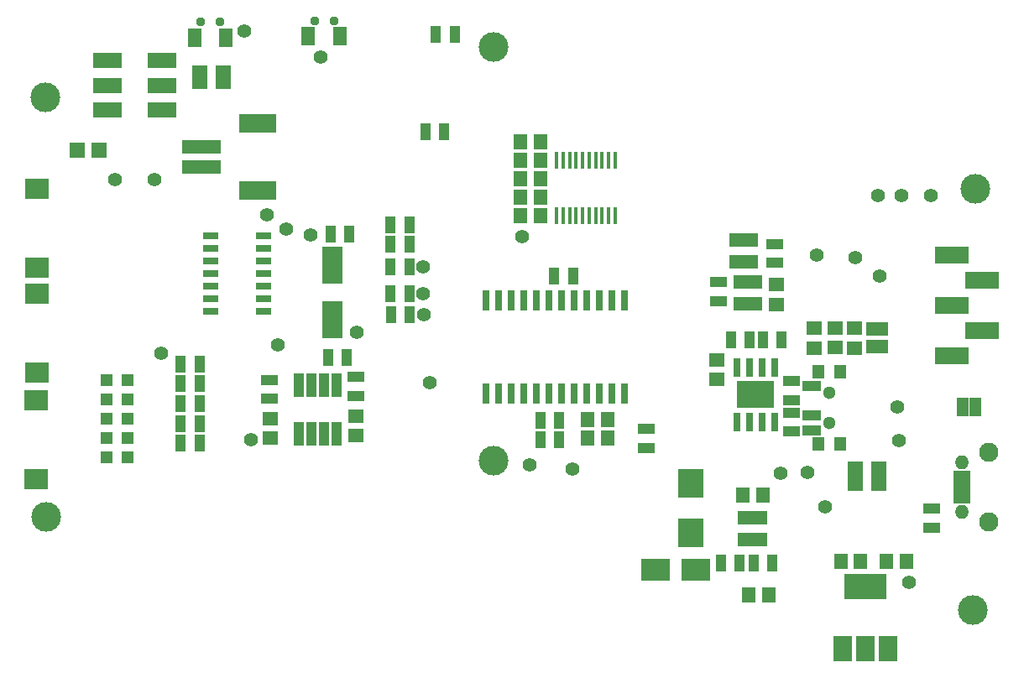
<source format=gbs>
G04 #@! TF.GenerationSoftware,KiCad,Pcbnew,(5.0.0-rc3-dev-5-g0013e0cad)*
G04 #@! TF.CreationDate,2018-07-11T14:46:06+01:00*
G04 #@! TF.ProjectId,Pride Badge,50726964652042616467652E6B696361,rev?*
G04 #@! TF.SameCoordinates,Original*
G04 #@! TF.FileFunction,Soldermask,Bot*
G04 #@! TF.FilePolarity,Negative*
%FSLAX46Y46*%
G04 Gerber Fmt 4.6, Leading zero omitted, Abs format (unit mm)*
G04 Created by KiCad (PCBNEW (5.0.0-rc3-dev-5-g0013e0cad)) date 07/11/18 14:46:06*
%MOMM*%
%LPD*%
G01*
G04 APERTURE LIST*
%ADD10R,1.750000X0.800000*%
%ADD11O,1.400000X1.400000*%
%ADD12O,1.950000X1.950000*%
%ADD13C,3.000200*%
%ADD14R,3.450000X1.670000*%
%ADD15R,1.250000X1.050000*%
%ADD16R,1.650000X1.400000*%
%ADD17R,1.400000X1.650000*%
%ADD18R,2.900000X2.200000*%
%ADD19R,2.100000X3.700000*%
%ADD20R,1.200000X1.300000*%
%ADD21R,1.540000X2.430000*%
%ADD22R,2.178000X1.416000*%
%ADD23R,2.600000X2.950000*%
%ADD24R,1.700000X1.100000*%
%ADD25R,1.100000X1.700000*%
%ADD26C,0.950000*%
%ADD27R,1.400000X1.900000*%
%ADD28R,1.050000X1.460000*%
%ADD29R,1.900000X2.600000*%
%ADD30R,4.200000X2.600000*%
%ADD31R,1.000000X2.400000*%
%ADD32R,0.790000X1.890000*%
%ADD33R,3.700000X2.810000*%
%ADD34R,0.440000X1.740000*%
%ADD35R,0.740000X2.140000*%
%ADD36R,1.640000X0.690000*%
%ADD37R,2.900000X1.600000*%
%ADD38R,3.800000X1.900000*%
%ADD39R,3.900000X1.400000*%
%ADD40R,1.600000X1.000000*%
%ADD41R,2.400000X2.100000*%
%ADD42R,1.200000X1.400000*%
%ADD43R,1.900000X1.100000*%
%ADD44C,1.300000*%
%ADD45C,1.400000*%
%ADD46R,1.600000X1.600000*%
G04 APERTURE END LIST*
D10*
G04 #@! TO.C,J1*
X158387460Y-103399100D03*
X158387460Y-104049100D03*
X158387460Y-104699100D03*
X158387460Y-105349100D03*
X158387460Y-105999100D03*
D11*
X158387460Y-102199100D03*
X158387460Y-107199100D03*
D12*
X161087460Y-101199100D03*
X161087460Y-108199100D03*
G04 #@! TD*
D13*
G04 #@! TO.C,REF\002A\002A*
X111100000Y-102050000D03*
G04 #@! TD*
D14*
G04 #@! TO.C,J3*
X160425000Y-83860000D03*
X157375000Y-81320000D03*
X157375000Y-86400000D03*
X160425000Y-88940000D03*
X157375000Y-91480000D03*
G04 #@! TD*
D15*
G04 #@! TO.C,D2*
X158475000Y-96175000D03*
X159725000Y-96175000D03*
X159725000Y-97025000D03*
X158475000Y-97025000D03*
G04 #@! TD*
D16*
G04 #@! TO.C,C1*
X147550000Y-90700000D03*
X147550000Y-88700000D03*
G04 #@! TD*
G04 #@! TO.C,C2*
X145550000Y-88650000D03*
X145550000Y-90650000D03*
G04 #@! TD*
G04 #@! TO.C,C3*
X143448246Y-88687992D03*
X143448246Y-90687992D03*
G04 #@! TD*
D17*
G04 #@! TO.C,C4*
X138300000Y-105550000D03*
X136300000Y-105550000D03*
G04 #@! TD*
G04 #@! TO.C,C5*
X136900000Y-115600000D03*
X138900000Y-115600000D03*
G04 #@! TD*
G04 #@! TO.C,C6*
X146150000Y-112250000D03*
X148150000Y-112250000D03*
G04 #@! TD*
G04 #@! TO.C,C7*
X152750000Y-112250000D03*
X150750000Y-112250000D03*
G04 #@! TD*
D16*
G04 #@! TO.C,C8*
X139650000Y-84300000D03*
X139650000Y-86300000D03*
G04 #@! TD*
D17*
G04 #@! TO.C,C9*
X113850000Y-77350000D03*
X115850000Y-77350000D03*
G04 #@! TD*
G04 #@! TO.C,C10*
X113837992Y-71750000D03*
X115837992Y-71750000D03*
G04 #@! TD*
G04 #@! TO.C,C11*
X113837992Y-75451754D03*
X115837992Y-75451754D03*
G04 #@! TD*
G04 #@! TO.C,C12*
X113837992Y-73600000D03*
X115837992Y-73600000D03*
G04 #@! TD*
G04 #@! TO.C,C13*
X115850000Y-69900000D03*
X113850000Y-69900000D03*
G04 #@! TD*
G04 #@! TO.C,C14*
X122600000Y-99800000D03*
X120600000Y-99800000D03*
G04 #@! TD*
G04 #@! TO.C,C15*
X120600000Y-97900000D03*
X122600000Y-97900000D03*
G04 #@! TD*
D16*
G04 #@! TO.C,C16*
X88600000Y-97800000D03*
X88600000Y-99800000D03*
G04 #@! TD*
G04 #@! TO.C,C17*
X97250000Y-97550000D03*
X97250000Y-99550000D03*
G04 #@! TD*
D18*
G04 #@! TO.C,D1*
X131500000Y-113100000D03*
X127500000Y-113100000D03*
G04 #@! TD*
D19*
G04 #@! TO.C,D3*
X94898246Y-87837992D03*
X94898246Y-82337992D03*
G04 #@! TD*
D20*
G04 #@! TO.C,D4*
X72100000Y-93900000D03*
X74200000Y-93900000D03*
G04 #@! TD*
G04 #@! TO.C,D5*
X74200000Y-95850000D03*
X72100000Y-95850000D03*
G04 #@! TD*
G04 #@! TO.C,D6*
X72100000Y-97800000D03*
X74200000Y-97800000D03*
G04 #@! TD*
G04 #@! TO.C,D7*
X74200000Y-99750000D03*
X72100000Y-99750000D03*
G04 #@! TD*
G04 #@! TO.C,D8*
X74200000Y-101750000D03*
X72100000Y-101750000D03*
G04 #@! TD*
D21*
G04 #@! TO.C,F1*
X81450000Y-63400000D03*
X83850000Y-63400000D03*
G04 #@! TD*
D22*
G04 #@! TO.C,L1*
X149850000Y-90539000D03*
X149850000Y-88761000D03*
G04 #@! TD*
D23*
G04 #@! TO.C,L2*
X131050000Y-109375000D03*
X131050000Y-104325000D03*
G04 #@! TD*
D24*
G04 #@! TO.C,R1*
X155350000Y-108800000D03*
X155350000Y-106900000D03*
G04 #@! TD*
D25*
G04 #@! TO.C,R2*
X138300000Y-89850000D03*
X140200000Y-89850000D03*
G04 #@! TD*
D24*
G04 #@! TO.C,R3*
X141150000Y-94050000D03*
X141150000Y-95950000D03*
G04 #@! TD*
D25*
G04 #@! TO.C,R4*
X135944290Y-112409181D03*
X134044290Y-112409181D03*
G04 #@! TD*
G04 #@! TO.C,R5*
X136950000Y-89850000D03*
X135050000Y-89850000D03*
G04 #@! TD*
G04 #@! TO.C,R6*
X137344291Y-112409182D03*
X139244291Y-112409182D03*
G04 #@! TD*
D24*
G04 #@! TO.C,R7*
X139500000Y-80200000D03*
X139500000Y-82100000D03*
G04 #@! TD*
G04 #@! TO.C,R8*
X133800000Y-84050000D03*
X133800000Y-85950000D03*
G04 #@! TD*
D25*
G04 #@! TO.C,R9*
X115850000Y-97950000D03*
X117750000Y-97950000D03*
G04 #@! TD*
G04 #@! TO.C,R10*
X117750000Y-99900000D03*
X115850000Y-99900000D03*
G04 #@! TD*
G04 #@! TO.C,R11*
X119150000Y-83450000D03*
X117250000Y-83450000D03*
G04 #@! TD*
D24*
G04 #@! TO.C,R12*
X126500000Y-100750000D03*
X126500000Y-98850000D03*
G04 #@! TD*
D25*
G04 #@! TO.C,R13*
X94700000Y-79200000D03*
X96600000Y-79200000D03*
G04 #@! TD*
G04 #@! TO.C,R14*
X94448246Y-91637992D03*
X96348246Y-91637992D03*
G04 #@! TD*
G04 #@! TO.C,R15*
X79550000Y-92300000D03*
X81450000Y-92300000D03*
G04 #@! TD*
G04 #@! TO.C,R16*
X102698246Y-87337992D03*
X100798246Y-87337992D03*
G04 #@! TD*
G04 #@! TO.C,R17*
X81450000Y-94300000D03*
X79550000Y-94300000D03*
G04 #@! TD*
D24*
G04 #@! TO.C,R18*
X97250000Y-93600000D03*
X97250000Y-95500000D03*
G04 #@! TD*
G04 #@! TO.C,R19*
X88500000Y-93900000D03*
X88500000Y-95800000D03*
G04 #@! TD*
D25*
G04 #@! TO.C,R20*
X100748246Y-85187992D03*
X102648246Y-85187992D03*
G04 #@! TD*
G04 #@! TO.C,R21*
X81450000Y-96300000D03*
X79550000Y-96300000D03*
G04 #@! TD*
G04 #@! TO.C,R23*
X102648246Y-82487992D03*
X100748246Y-82487992D03*
G04 #@! TD*
G04 #@! TO.C,R24*
X79550000Y-98300000D03*
X81450000Y-98300000D03*
G04 #@! TD*
G04 #@! TO.C,R25*
X100748246Y-80237992D03*
X102648246Y-80237992D03*
G04 #@! TD*
G04 #@! TO.C,R26*
X100748246Y-78237992D03*
X102648246Y-78237992D03*
G04 #@! TD*
G04 #@! TO.C,R27*
X81450000Y-100300000D03*
X79550000Y-100300000D03*
G04 #@! TD*
D26*
G04 #@! TO.C,SW4*
X81600000Y-57800000D03*
X83500000Y-57800000D03*
D27*
X80950000Y-59400000D03*
X84150000Y-59400000D03*
G04 #@! TD*
D28*
G04 #@! TO.C,U3*
X137250000Y-107850000D03*
X138200000Y-107850000D03*
X136300000Y-107850000D03*
X136300000Y-110050000D03*
X137250000Y-110050000D03*
X138200000Y-110050000D03*
G04 #@! TD*
D29*
G04 #@! TO.C,U4*
X146349999Y-121050000D03*
X148649999Y-121050000D03*
X150949999Y-121050000D03*
D30*
X148649999Y-114750000D03*
G04 #@! TD*
D28*
G04 #@! TO.C,U5*
X136350000Y-79750000D03*
X137300000Y-79750000D03*
X135400000Y-79750000D03*
X135400000Y-81950000D03*
X136350000Y-81950000D03*
X137300000Y-81950000D03*
G04 #@! TD*
G04 #@! TO.C,U6*
X137750000Y-86250000D03*
X136800000Y-86250000D03*
X135850000Y-86250000D03*
X135850000Y-84050000D03*
X137750000Y-84050000D03*
X136800000Y-84050000D03*
G04 #@! TD*
D31*
G04 #@! TO.C,U10*
X91443246Y-94437992D03*
X92713246Y-94437992D03*
X95253246Y-94437992D03*
X95253246Y-99337992D03*
X93983246Y-99337992D03*
X92713246Y-99337992D03*
X91443246Y-99337992D03*
X93983246Y-94437992D03*
G04 #@! TD*
D32*
G04 #@! TO.C,U2*
X139455000Y-98150000D03*
D33*
X137550000Y-95400000D03*
D32*
X138185000Y-98150000D03*
X136915000Y-98150000D03*
X135645000Y-98150000D03*
X135645000Y-92650000D03*
X136915000Y-92650000D03*
X138185000Y-92650000D03*
X139455000Y-92650000D03*
G04 #@! TD*
D34*
G04 #@! TO.C,U7*
X123362992Y-77351754D03*
X122712992Y-77351754D03*
X122062992Y-77351754D03*
X121412992Y-77351754D03*
X120762992Y-77351754D03*
X120112992Y-77351754D03*
X119462992Y-77351754D03*
X118812992Y-77351754D03*
X118162992Y-77351754D03*
X117512992Y-77351754D03*
X117512992Y-71751754D03*
X118162992Y-71751754D03*
X118812992Y-71751754D03*
X119462992Y-71751754D03*
X120112992Y-71751754D03*
X120762992Y-71751754D03*
X121412992Y-71751754D03*
X122062992Y-71751754D03*
X122712992Y-71751754D03*
X123362992Y-71751754D03*
G04 #@! TD*
D35*
G04 #@! TO.C,U8*
X124367123Y-95254501D03*
X110397123Y-85854501D03*
X123097123Y-95254501D03*
X121827123Y-95254501D03*
X120557123Y-95254501D03*
X119287123Y-95254501D03*
X118017123Y-95254501D03*
X116747123Y-95254501D03*
X115477123Y-95254501D03*
X114207123Y-95254501D03*
X112937123Y-95254501D03*
X111667123Y-95254501D03*
X110397123Y-95254501D03*
X111667123Y-85854501D03*
X112937123Y-85854501D03*
X114207123Y-85854501D03*
X115477123Y-85854501D03*
X116747123Y-85854501D03*
X118017123Y-85854501D03*
X119287123Y-85854501D03*
X120557123Y-85854501D03*
X121827123Y-85854501D03*
X123097123Y-85854501D03*
X124367123Y-85854501D03*
G04 #@! TD*
D36*
G04 #@! TO.C,U9*
X87950000Y-79340000D03*
X87950000Y-80610000D03*
X87950000Y-81880000D03*
X87950000Y-83150000D03*
X87950000Y-84420000D03*
X87950000Y-85690000D03*
X87950000Y-86960000D03*
X82550000Y-86960000D03*
X82550000Y-85690000D03*
X82550000Y-84420000D03*
X82550000Y-83150000D03*
X82550000Y-81880000D03*
X82550000Y-80610000D03*
X82550000Y-79340000D03*
G04 #@! TD*
D37*
G04 #@! TO.C,SW1*
X72150000Y-61700000D03*
X72150000Y-64200000D03*
X72150000Y-66700000D03*
X77650000Y-66700000D03*
X77650000Y-64200000D03*
X77650000Y-61700000D03*
G04 #@! TD*
D16*
G04 #@! TO.C,C18*
X133650000Y-93850000D03*
X133650000Y-91850000D03*
G04 #@! TD*
D38*
G04 #@! TO.C,J2*
X87375000Y-74750000D03*
X87375000Y-68050000D03*
D39*
X81625000Y-72400000D03*
X81625000Y-70400000D03*
G04 #@! TD*
D40*
G04 #@! TO.C,U1*
X149950000Y-102650000D03*
X149950000Y-103600000D03*
X149950000Y-104550000D03*
X147650000Y-104550000D03*
X147650000Y-103600000D03*
X147650000Y-102650000D03*
G04 #@! TD*
D13*
G04 #@! TO.C,REF\002A\002A*
X65900000Y-65400000D03*
G04 #@! TD*
G04 #@! TO.C,REF\002A\002A*
X66000000Y-107700000D03*
G04 #@! TD*
G04 #@! TO.C,REF\002A\002A*
X159450000Y-117100000D03*
G04 #@! TD*
G04 #@! TO.C,REF\002A\002A*
X159700000Y-74600000D03*
G04 #@! TD*
G04 #@! TO.C,REF\002A\002A*
X111100000Y-60300000D03*
G04 #@! TD*
D41*
G04 #@! TO.C,SW2*
X65050000Y-93200000D03*
X65050000Y-85200000D03*
G04 #@! TD*
G04 #@! TO.C,SW3*
X65100000Y-74600000D03*
X65100000Y-82600000D03*
G04 #@! TD*
G04 #@! TO.C,SW6*
X65000000Y-95950000D03*
X65000000Y-103950000D03*
G04 #@! TD*
D24*
G04 #@! TO.C,R22*
X141150000Y-99100000D03*
X141150000Y-97200000D03*
G04 #@! TD*
D42*
G04 #@! TO.C,SW7*
X143895001Y-93074999D03*
X143895001Y-100374999D03*
X146105001Y-100374999D03*
X146105001Y-93074999D03*
D43*
X143245001Y-98974999D03*
X143245001Y-97474999D03*
X143245001Y-94474999D03*
D44*
X145005001Y-98224999D03*
X145005001Y-95224999D03*
G04 #@! TD*
D45*
G04 #@! TO.C,TP1*
X140050000Y-103300000D03*
G04 #@! TD*
G04 #@! TO.C,TP2*
X152050000Y-100050000D03*
G04 #@! TD*
G04 #@! TO.C,TP3*
X149900000Y-75300000D03*
G04 #@! TD*
G04 #@! TO.C,TP4*
X153050000Y-114300000D03*
G04 #@! TD*
G04 #@! TO.C,TP5*
X150100000Y-83400000D03*
G04 #@! TD*
G04 #@! TO.C,TP6*
X72950000Y-73650000D03*
G04 #@! TD*
G04 #@! TO.C,TP7*
X76900000Y-73650000D03*
G04 #@! TD*
G04 #@! TO.C,TP8*
X142800000Y-103250000D03*
G04 #@! TD*
G04 #@! TO.C,TP9*
X151850000Y-96650000D03*
G04 #@! TD*
G04 #@! TO.C,TP10*
X97350000Y-89100000D03*
G04 #@! TD*
G04 #@! TO.C,TP11*
X104100000Y-87300000D03*
G04 #@! TD*
G04 #@! TO.C,TP12*
X104000000Y-85200000D03*
G04 #@! TD*
G04 #@! TO.C,TP13*
X86650000Y-99900000D03*
G04 #@! TD*
G04 #@! TO.C,TP14*
X77600000Y-91250000D03*
G04 #@! TD*
G04 #@! TO.C,TP15*
X104050000Y-82500000D03*
G04 #@! TD*
G04 #@! TO.C,TP16*
X92650000Y-79250000D03*
G04 #@! TD*
G04 #@! TO.C,TP17*
X90250000Y-78650000D03*
G04 #@! TD*
G04 #@! TO.C,TP18*
X88300000Y-77250000D03*
G04 #@! TD*
G04 #@! TO.C,TP19*
X155250000Y-75300000D03*
G04 #@! TD*
G04 #@! TO.C,TP20*
X143700000Y-81350000D03*
G04 #@! TD*
G04 #@! TO.C,TP21*
X147650000Y-81550000D03*
G04 #@! TD*
G04 #@! TO.C,TP22*
X119100000Y-102900000D03*
G04 #@! TD*
G04 #@! TO.C,TP23*
X114800000Y-102450000D03*
G04 #@! TD*
G04 #@! TO.C,TP24*
X114000000Y-79450000D03*
G04 #@! TD*
G04 #@! TO.C,TP25*
X85950000Y-58700000D03*
G04 #@! TD*
G04 #@! TO.C,TP26*
X93650000Y-61350000D03*
G04 #@! TD*
G04 #@! TO.C,TP27*
X144600000Y-106700000D03*
G04 #@! TD*
G04 #@! TO.C,TP28*
X104650000Y-94200000D03*
G04 #@! TD*
G04 #@! TO.C,TP29*
X152300000Y-75300000D03*
G04 #@! TD*
G04 #@! TO.C,TP30*
X89400000Y-90350000D03*
G04 #@! TD*
D46*
G04 #@! TO.C,D9*
X69100000Y-70700000D03*
X71300000Y-70700000D03*
G04 #@! TD*
D25*
G04 #@! TO.C,R28*
X104250000Y-68900000D03*
X106150000Y-68900000D03*
G04 #@! TD*
G04 #@! TO.C,R29*
X107200000Y-59000000D03*
X105300000Y-59000000D03*
G04 #@! TD*
D26*
G04 #@! TO.C,SW5*
X93100000Y-57650000D03*
X95000000Y-57650000D03*
D27*
X92450000Y-59250000D03*
X95650000Y-59250000D03*
G04 #@! TD*
M02*

</source>
